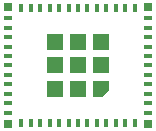
<source format=gbr>
%TF.GenerationSoftware,KiCad,Pcbnew,(6.0.2-0)*%
%TF.CreationDate,2022-02-23T07:35:52+00:00*%
%TF.ProjectId,Generic01,47656e65-7269-4633-9031-2e6b69636164,1*%
%TF.SameCoordinates,Original*%
%TF.FileFunction,Paste,Top*%
%TF.FilePolarity,Positive*%
%FSLAX46Y46*%
G04 Gerber Fmt 4.6, Leading zero omitted, Abs format (unit mm)*
G04 Created by KiCad (PCBNEW (6.0.2-0)) date 2022-02-23 07:35:52*
%MOMM*%
%LPD*%
G01*
G04 APERTURE LIST*
G04 Aperture macros list*
%AMFreePoly0*
4,1,6,0.696000,-0.696000,-0.696000,-0.696000,-0.696000,0.118488,-0.118488,0.696000,0.696000,0.696000,0.696000,-0.696000,0.696000,-0.696000,$1*%
G04 Aperture macros list end*
%ADD10R,0.768000X0.384000*%
%ADD11R,0.384000X0.768000*%
%ADD12FreePoly0,180.000000*%
%ADD13R,1.392000X1.392000*%
%ADD14R,0.672000X0.672000*%
G04 APERTURE END LIST*
D10*
%TO.C,U1*%
X151500000Y-119400000D03*
X151500000Y-118600000D03*
X151500000Y-117800000D03*
X151500000Y-117000000D03*
X151500000Y-116200000D03*
X151500000Y-115400000D03*
X151500000Y-114600000D03*
X151500000Y-113800000D03*
X151500000Y-113000000D03*
X151500000Y-112200000D03*
X151500000Y-111400000D03*
D11*
X150400000Y-110500000D03*
X149600000Y-110500000D03*
X148800000Y-110500000D03*
X148000000Y-110500000D03*
X147200000Y-110500000D03*
X146400000Y-110500000D03*
X145600000Y-110500000D03*
X144800000Y-110500000D03*
X144000000Y-110500000D03*
X143200000Y-110500000D03*
X142400000Y-110500000D03*
X141600000Y-110500000D03*
X140800000Y-110500000D03*
D10*
X139700000Y-111400000D03*
X139700000Y-112200000D03*
X139700000Y-113000000D03*
X139700000Y-113800000D03*
X139700000Y-114600000D03*
X139700000Y-115400000D03*
X139700000Y-116200000D03*
X139700000Y-117000000D03*
X139700000Y-117800000D03*
X139700000Y-118600000D03*
X139700000Y-119400000D03*
D11*
X140800000Y-120300000D03*
X141600000Y-120300000D03*
X142400000Y-120300000D03*
X143200000Y-120300000D03*
X144000000Y-120300000D03*
X144800000Y-120300000D03*
X145600000Y-120300000D03*
X146400000Y-120300000D03*
X147200000Y-120300000D03*
X148000000Y-120300000D03*
X148800000Y-120300000D03*
X149600000Y-120300000D03*
X150400000Y-120300000D03*
D12*
X147575000Y-117375000D03*
D13*
X147575000Y-113425000D03*
X143625000Y-113425000D03*
X147575000Y-115400000D03*
X145600000Y-117375000D03*
X145600000Y-113425000D03*
X143625000Y-117375000D03*
X143625000Y-115400000D03*
X145600000Y-115400000D03*
D14*
X139650000Y-120350000D03*
X139650000Y-110450000D03*
X151550000Y-110450000D03*
X151550000Y-120350000D03*
%TD*%
M02*

</source>
